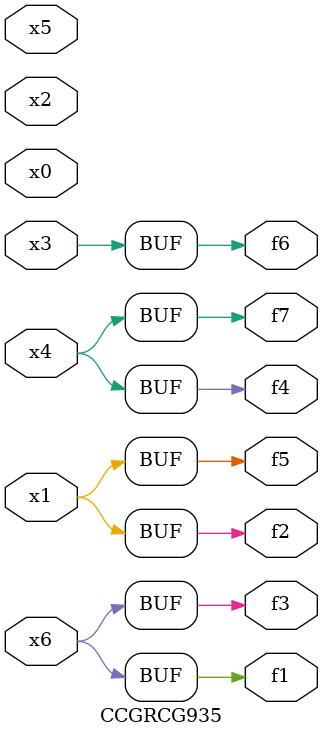
<source format=v>
module CCGRCG935(
	input x0, x1, x2, x3, x4, x5, x6,
	output f1, f2, f3, f4, f5, f6, f7
);
	assign f1 = x6;
	assign f2 = x1;
	assign f3 = x6;
	assign f4 = x4;
	assign f5 = x1;
	assign f6 = x3;
	assign f7 = x4;
endmodule

</source>
